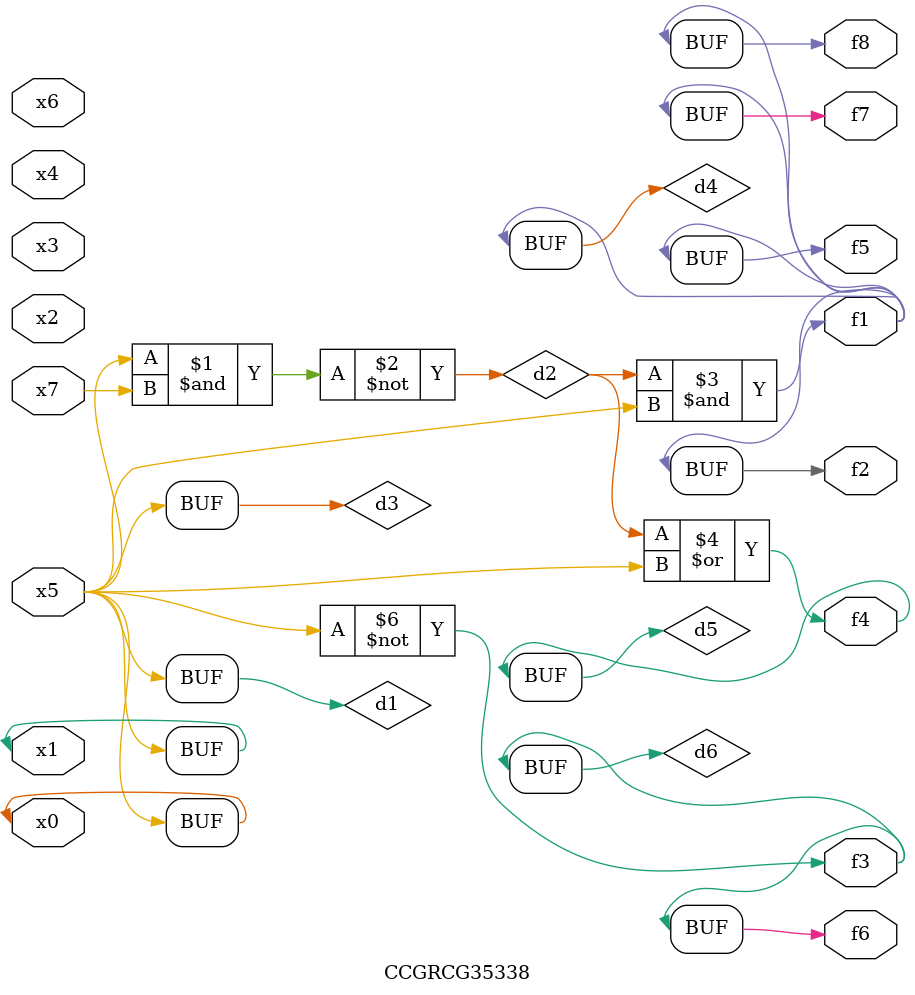
<source format=v>
module CCGRCG35338(
	input x0, x1, x2, x3, x4, x5, x6, x7,
	output f1, f2, f3, f4, f5, f6, f7, f8
);

	wire d1, d2, d3, d4, d5, d6;

	buf (d1, x0, x5);
	nand (d2, x5, x7);
	buf (d3, x0, x1);
	and (d4, d2, d3);
	or (d5, d2, d3);
	nor (d6, d1, d3);
	assign f1 = d4;
	assign f2 = d4;
	assign f3 = d6;
	assign f4 = d5;
	assign f5 = d4;
	assign f6 = d6;
	assign f7 = d4;
	assign f8 = d4;
endmodule

</source>
